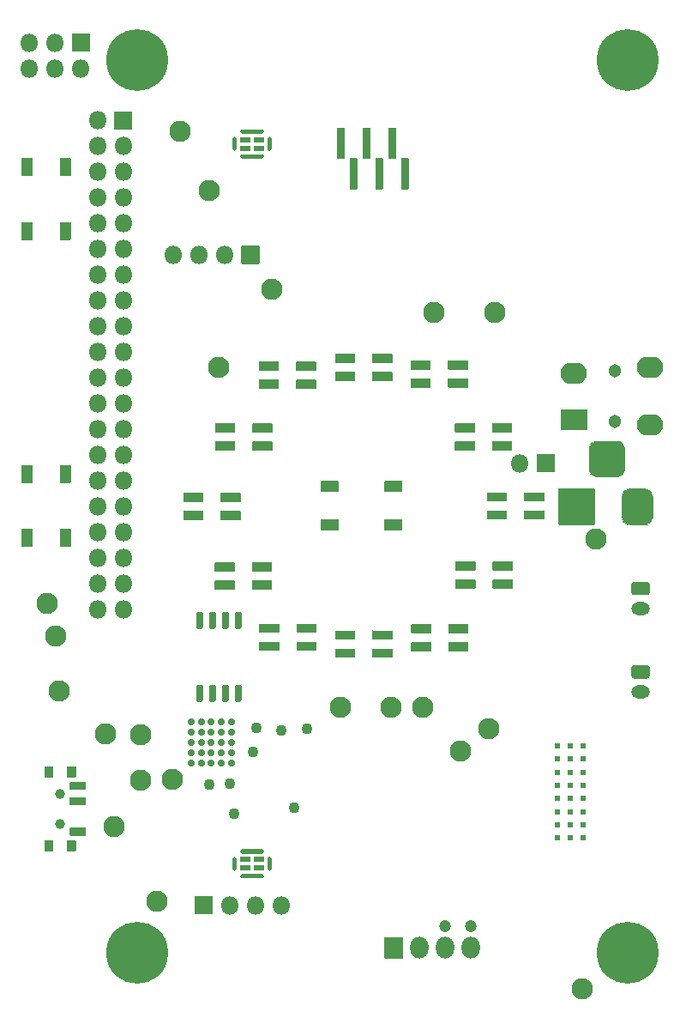
<source format=gbr>
G04 #@! TF.GenerationSoftware,KiCad,Pcbnew,(5.1.9)-1*
G04 #@! TF.CreationDate,2021-01-16T15:24:30-08:00*
G04 #@! TF.ProjectId,SJ-201-R6,534a2d32-3031-42d5-9236-2e6b69636164,rev?*
G04 #@! TF.SameCoordinates,Original*
G04 #@! TF.FileFunction,Soldermask,Bot*
G04 #@! TF.FilePolarity,Negative*
%FSLAX46Y46*%
G04 Gerber Fmt 4.6, Leading zero omitted, Abs format (unit mm)*
G04 Created by KiCad (PCBNEW (5.1.9)-1) date 2021-01-16 15:24:30*
%MOMM*%
%LPD*%
G01*
G04 APERTURE LIST*
%ADD10C,0.702000*%
%ADD11O,1.802000X1.802000*%
%ADD12C,2.102000*%
%ADD13C,1.102000*%
%ADD14C,1.302000*%
%ADD15O,2.602000X2.102000*%
%ADD16C,1.202000*%
%ADD17O,1.832000X2.132000*%
%ADD18O,1.852000X1.302000*%
%ADD19C,0.601999*%
%ADD20C,6.102000*%
%ADD21C,1.002000*%
%ADD22C,0.100000*%
G04 APERTURE END LIST*
D10*
G04 #@! TO.C,U8*
X18783800Y-70345800D03*
X19783800Y-70345800D03*
X20783800Y-70345800D03*
X21783800Y-70345800D03*
X22783800Y-70345800D03*
X18783800Y-71345800D03*
X19783800Y-71345800D03*
X20783800Y-71345800D03*
X21783800Y-71345800D03*
X22783800Y-71345800D03*
X18783800Y-72345800D03*
X19783800Y-72345800D03*
X20783800Y-72345800D03*
X21783800Y-72345800D03*
X22783800Y-72345800D03*
X18783800Y-73345800D03*
X19783800Y-73345800D03*
X20783800Y-73345800D03*
X21783800Y-73345800D03*
X22783800Y-73345800D03*
X18783800Y-74345800D03*
X19783800Y-74345800D03*
X20783800Y-74345800D03*
X21783800Y-74345800D03*
X22783800Y-74345800D03*
G04 #@! TD*
D11*
G04 #@! TO.C,J10*
X17020000Y-24250000D03*
X19560000Y-24250000D03*
X22100000Y-24250000D03*
G36*
G01*
X25490000Y-25151000D02*
X23790000Y-25151000D01*
G75*
G02*
X23739000Y-25100000I0J51000D01*
G01*
X23739000Y-23400000D01*
G75*
G02*
X23790000Y-23349000I51000J0D01*
G01*
X25490000Y-23349000D01*
G75*
G02*
X25541000Y-23400000I0J-51000D01*
G01*
X25541000Y-25100000D01*
G75*
G02*
X25490000Y-25151000I-51000J0D01*
G01*
G37*
G04 #@! TD*
D12*
G04 #@! TO.C,GO_2*
X16950000Y-76000000D03*
G04 #@! TD*
G04 #@! TO.C,GO_1*
X13800000Y-76050000D03*
G04 #@! TD*
G04 #@! TO.C,GI_2*
X13800000Y-71550000D03*
G04 #@! TD*
G04 #@! TO.C,GI_1*
X10300000Y-71450000D03*
G04 #@! TD*
G04 #@! TO.C,OutR1*
X42800000Y-29950000D03*
G04 #@! TD*
G04 #@! TO.C,OutL1*
X48800000Y-29950000D03*
G04 #@! TD*
G04 #@! TO.C,U11*
G36*
G01*
X23801088Y-82849000D02*
X25815272Y-82849000D01*
G75*
G02*
X26009180Y-83042908I0J-193908D01*
G01*
X26009180Y-83107092D01*
G75*
G02*
X25815272Y-83301000I-193908J0D01*
G01*
X23801088Y-83301000D01*
G75*
G02*
X23607180Y-83107092I0J193908D01*
G01*
X23607180Y-83042908D01*
G75*
G02*
X23801088Y-82849000I193908J0D01*
G01*
G37*
G36*
G01*
X23801088Y-85299000D02*
X25815272Y-85299000D01*
G75*
G02*
X26009180Y-85492908I0J-193908D01*
G01*
X26009180Y-85557092D01*
G75*
G02*
X25815272Y-85751000I-193908J0D01*
G01*
X23801088Y-85751000D01*
G75*
G02*
X23607180Y-85557092I0J193908D01*
G01*
X23607180Y-85492908D01*
G75*
G02*
X23801088Y-85299000I193908J0D01*
G01*
G37*
G36*
G01*
X26759180Y-83792908D02*
X26759180Y-84807092D01*
G75*
G02*
X26565272Y-85001000I-193908J0D01*
G01*
X26501088Y-85001000D01*
G75*
G02*
X26307180Y-84807092I0J193908D01*
G01*
X26307180Y-83792908D01*
G75*
G02*
X26501088Y-83599000I193908J0D01*
G01*
X26565272Y-83599000D01*
G75*
G02*
X26759180Y-83792908I0J-193908D01*
G01*
G37*
G36*
G01*
X23309180Y-83792908D02*
X23309180Y-84807092D01*
G75*
G02*
X23115272Y-85001000I-193908J0D01*
G01*
X23051088Y-85001000D01*
G75*
G02*
X22857180Y-84807092I0J193908D01*
G01*
X22857180Y-83792908D01*
G75*
G02*
X23051088Y-83599000I193908J0D01*
G01*
X23115272Y-83599000D01*
G75*
G02*
X23309180Y-83792908I0J-193908D01*
G01*
G37*
G36*
G01*
X25008180Y-84474000D02*
X25958180Y-84474000D01*
G75*
G02*
X26009180Y-84525000I0J-51000D01*
G01*
X26009180Y-84925000D01*
G75*
G02*
X25958180Y-84976000I-51000J0D01*
G01*
X25008180Y-84976000D01*
G75*
G02*
X24957180Y-84925000I0J51000D01*
G01*
X24957180Y-84525000D01*
G75*
G02*
X25008180Y-84474000I51000J0D01*
G01*
G37*
G36*
G01*
X25008180Y-83624000D02*
X25958180Y-83624000D01*
G75*
G02*
X26009180Y-83675000I0J-51000D01*
G01*
X26009180Y-84075000D01*
G75*
G02*
X25958180Y-84126000I-51000J0D01*
G01*
X25008180Y-84126000D01*
G75*
G02*
X24957180Y-84075000I0J51000D01*
G01*
X24957180Y-83675000D01*
G75*
G02*
X25008180Y-83624000I51000J0D01*
G01*
G37*
G36*
G01*
X23658180Y-83624000D02*
X24608180Y-83624000D01*
G75*
G02*
X24659180Y-83675000I0J-51000D01*
G01*
X24659180Y-84075000D01*
G75*
G02*
X24608180Y-84126000I-51000J0D01*
G01*
X23658180Y-84126000D01*
G75*
G02*
X23607180Y-84075000I0J51000D01*
G01*
X23607180Y-83675000D01*
G75*
G02*
X23658180Y-83624000I51000J0D01*
G01*
G37*
G36*
G01*
X23658180Y-84474000D02*
X24608180Y-84474000D01*
G75*
G02*
X24659180Y-84525000I0J-51000D01*
G01*
X24659180Y-84925000D01*
G75*
G02*
X24608180Y-84976000I-51000J0D01*
G01*
X23658180Y-84976000D01*
G75*
G02*
X23607180Y-84925000I0J51000D01*
G01*
X23607180Y-84525000D01*
G75*
G02*
X23658180Y-84474000I51000J0D01*
G01*
G37*
G04 #@! TD*
G04 #@! TO.C,U10*
G36*
G01*
X23801088Y-11849000D02*
X25815272Y-11849000D01*
G75*
G02*
X26009180Y-12042908I0J-193908D01*
G01*
X26009180Y-12107092D01*
G75*
G02*
X25815272Y-12301000I-193908J0D01*
G01*
X23801088Y-12301000D01*
G75*
G02*
X23607180Y-12107092I0J193908D01*
G01*
X23607180Y-12042908D01*
G75*
G02*
X23801088Y-11849000I193908J0D01*
G01*
G37*
G36*
G01*
X23801088Y-14299000D02*
X25815272Y-14299000D01*
G75*
G02*
X26009180Y-14492908I0J-193908D01*
G01*
X26009180Y-14557092D01*
G75*
G02*
X25815272Y-14751000I-193908J0D01*
G01*
X23801088Y-14751000D01*
G75*
G02*
X23607180Y-14557092I0J193908D01*
G01*
X23607180Y-14492908D01*
G75*
G02*
X23801088Y-14299000I193908J0D01*
G01*
G37*
G36*
G01*
X26759180Y-12792908D02*
X26759180Y-13807092D01*
G75*
G02*
X26565272Y-14001000I-193908J0D01*
G01*
X26501088Y-14001000D01*
G75*
G02*
X26307180Y-13807092I0J193908D01*
G01*
X26307180Y-12792908D01*
G75*
G02*
X26501088Y-12599000I193908J0D01*
G01*
X26565272Y-12599000D01*
G75*
G02*
X26759180Y-12792908I0J-193908D01*
G01*
G37*
G36*
G01*
X23309180Y-12792908D02*
X23309180Y-13807092D01*
G75*
G02*
X23115272Y-14001000I-193908J0D01*
G01*
X23051088Y-14001000D01*
G75*
G02*
X22857180Y-13807092I0J193908D01*
G01*
X22857180Y-12792908D01*
G75*
G02*
X23051088Y-12599000I193908J0D01*
G01*
X23115272Y-12599000D01*
G75*
G02*
X23309180Y-12792908I0J-193908D01*
G01*
G37*
G36*
G01*
X25008180Y-13474000D02*
X25958180Y-13474000D01*
G75*
G02*
X26009180Y-13525000I0J-51000D01*
G01*
X26009180Y-13925000D01*
G75*
G02*
X25958180Y-13976000I-51000J0D01*
G01*
X25008180Y-13976000D01*
G75*
G02*
X24957180Y-13925000I0J51000D01*
G01*
X24957180Y-13525000D01*
G75*
G02*
X25008180Y-13474000I51000J0D01*
G01*
G37*
G36*
G01*
X25008180Y-12624000D02*
X25958180Y-12624000D01*
G75*
G02*
X26009180Y-12675000I0J-51000D01*
G01*
X26009180Y-13075000D01*
G75*
G02*
X25958180Y-13126000I-51000J0D01*
G01*
X25008180Y-13126000D01*
G75*
G02*
X24957180Y-13075000I0J51000D01*
G01*
X24957180Y-12675000D01*
G75*
G02*
X25008180Y-12624000I51000J0D01*
G01*
G37*
G36*
G01*
X23658180Y-12624000D02*
X24608180Y-12624000D01*
G75*
G02*
X24659180Y-12675000I0J-51000D01*
G01*
X24659180Y-13075000D01*
G75*
G02*
X24608180Y-13126000I-51000J0D01*
G01*
X23658180Y-13126000D01*
G75*
G02*
X23607180Y-13075000I0J51000D01*
G01*
X23607180Y-12675000D01*
G75*
G02*
X23658180Y-12624000I51000J0D01*
G01*
G37*
G36*
G01*
X23658180Y-13474000D02*
X24608180Y-13474000D01*
G75*
G02*
X24659180Y-13525000I0J-51000D01*
G01*
X24659180Y-13925000D01*
G75*
G02*
X24608180Y-13976000I-51000J0D01*
G01*
X23658180Y-13976000D01*
G75*
G02*
X23607180Y-13925000I0J51000D01*
G01*
X23607180Y-13525000D01*
G75*
G02*
X23658180Y-13474000I51000J0D01*
G01*
G37*
G04 #@! TD*
G04 #@! TO.C,D3*
G36*
G01*
X25472380Y-37400520D02*
X25472380Y-36600520D01*
G75*
G02*
X25523380Y-36549520I51000J0D01*
G01*
X27423380Y-36549520D01*
G75*
G02*
X27474380Y-36600520I0J-51000D01*
G01*
X27474380Y-37400520D01*
G75*
G02*
X27423380Y-37451520I-51000J0D01*
G01*
X25523380Y-37451520D01*
G75*
G02*
X25472380Y-37400520I0J51000D01*
G01*
G37*
G36*
G01*
X25472380Y-35620520D02*
X25472380Y-34820520D01*
G75*
G02*
X25523380Y-34769520I51000J0D01*
G01*
X27423380Y-34769520D01*
G75*
G02*
X27474380Y-34820520I0J-51000D01*
G01*
X27474380Y-35620520D01*
G75*
G02*
X27423380Y-35671520I-51000J0D01*
G01*
X25523380Y-35671520D01*
G75*
G02*
X25472380Y-35620520I0J51000D01*
G01*
G37*
G36*
G01*
X29152380Y-37400520D02*
X29152380Y-36600520D01*
G75*
G02*
X29203380Y-36549520I51000J0D01*
G01*
X31103380Y-36549520D01*
G75*
G02*
X31154380Y-36600520I0J-51000D01*
G01*
X31154380Y-37400520D01*
G75*
G02*
X31103380Y-37451520I-51000J0D01*
G01*
X29203380Y-37451520D01*
G75*
G02*
X29152380Y-37400520I0J51000D01*
G01*
G37*
G36*
G01*
X29152380Y-35620520D02*
X29152380Y-34820520D01*
G75*
G02*
X29203380Y-34769520I51000J0D01*
G01*
X31103380Y-34769520D01*
G75*
G02*
X31154380Y-34820520I0J-51000D01*
G01*
X31154380Y-35620520D01*
G75*
G02*
X31103380Y-35671520I-51000J0D01*
G01*
X29203380Y-35671520D01*
G75*
G02*
X29152380Y-35620520I0J51000D01*
G01*
G37*
G04 #@! TD*
G04 #@! TO.C,D4*
G36*
G01*
X21154380Y-43496520D02*
X21154380Y-42696520D01*
G75*
G02*
X21205380Y-42645520I51000J0D01*
G01*
X23105380Y-42645520D01*
G75*
G02*
X23156380Y-42696520I0J-51000D01*
G01*
X23156380Y-43496520D01*
G75*
G02*
X23105380Y-43547520I-51000J0D01*
G01*
X21205380Y-43547520D01*
G75*
G02*
X21154380Y-43496520I0J51000D01*
G01*
G37*
G36*
G01*
X21154380Y-41716520D02*
X21154380Y-40916520D01*
G75*
G02*
X21205380Y-40865520I51000J0D01*
G01*
X23105380Y-40865520D01*
G75*
G02*
X23156380Y-40916520I0J-51000D01*
G01*
X23156380Y-41716520D01*
G75*
G02*
X23105380Y-41767520I-51000J0D01*
G01*
X21205380Y-41767520D01*
G75*
G02*
X21154380Y-41716520I0J51000D01*
G01*
G37*
G36*
G01*
X24834380Y-43496520D02*
X24834380Y-42696520D01*
G75*
G02*
X24885380Y-42645520I51000J0D01*
G01*
X26785380Y-42645520D01*
G75*
G02*
X26836380Y-42696520I0J-51000D01*
G01*
X26836380Y-43496520D01*
G75*
G02*
X26785380Y-43547520I-51000J0D01*
G01*
X24885380Y-43547520D01*
G75*
G02*
X24834380Y-43496520I0J51000D01*
G01*
G37*
G36*
G01*
X24834380Y-41716520D02*
X24834380Y-40916520D01*
G75*
G02*
X24885380Y-40865520I51000J0D01*
G01*
X26785380Y-40865520D01*
G75*
G02*
X26836380Y-40916520I0J-51000D01*
G01*
X26836380Y-41716520D01*
G75*
G02*
X26785380Y-41767520I-51000J0D01*
G01*
X24885380Y-41767520D01*
G75*
G02*
X24834380Y-41716520I0J51000D01*
G01*
G37*
G04 #@! TD*
G04 #@! TO.C,D5*
G36*
G01*
X18004780Y-50354520D02*
X18004780Y-49554520D01*
G75*
G02*
X18055780Y-49503520I51000J0D01*
G01*
X19955780Y-49503520D01*
G75*
G02*
X20006780Y-49554520I0J-51000D01*
G01*
X20006780Y-50354520D01*
G75*
G02*
X19955780Y-50405520I-51000J0D01*
G01*
X18055780Y-50405520D01*
G75*
G02*
X18004780Y-50354520I0J51000D01*
G01*
G37*
G36*
G01*
X18004780Y-48574520D02*
X18004780Y-47774520D01*
G75*
G02*
X18055780Y-47723520I51000J0D01*
G01*
X19955780Y-47723520D01*
G75*
G02*
X20006780Y-47774520I0J-51000D01*
G01*
X20006780Y-48574520D01*
G75*
G02*
X19955780Y-48625520I-51000J0D01*
G01*
X18055780Y-48625520D01*
G75*
G02*
X18004780Y-48574520I0J51000D01*
G01*
G37*
G36*
G01*
X21684780Y-50354520D02*
X21684780Y-49554520D01*
G75*
G02*
X21735780Y-49503520I51000J0D01*
G01*
X23635780Y-49503520D01*
G75*
G02*
X23686780Y-49554520I0J-51000D01*
G01*
X23686780Y-50354520D01*
G75*
G02*
X23635780Y-50405520I-51000J0D01*
G01*
X21735780Y-50405520D01*
G75*
G02*
X21684780Y-50354520I0J51000D01*
G01*
G37*
G36*
G01*
X21684780Y-48574520D02*
X21684780Y-47774520D01*
G75*
G02*
X21735780Y-47723520I51000J0D01*
G01*
X23635780Y-47723520D01*
G75*
G02*
X23686780Y-47774520I0J-51000D01*
G01*
X23686780Y-48574520D01*
G75*
G02*
X23635780Y-48625520I-51000J0D01*
G01*
X21735780Y-48625520D01*
G75*
G02*
X21684780Y-48574520I0J51000D01*
G01*
G37*
G04 #@! TD*
G04 #@! TO.C,D6*
G36*
G01*
X21103580Y-57212520D02*
X21103580Y-56412520D01*
G75*
G02*
X21154580Y-56361520I51000J0D01*
G01*
X23054580Y-56361520D01*
G75*
G02*
X23105580Y-56412520I0J-51000D01*
G01*
X23105580Y-57212520D01*
G75*
G02*
X23054580Y-57263520I-51000J0D01*
G01*
X21154580Y-57263520D01*
G75*
G02*
X21103580Y-57212520I0J51000D01*
G01*
G37*
G36*
G01*
X21103580Y-55432520D02*
X21103580Y-54632520D01*
G75*
G02*
X21154580Y-54581520I51000J0D01*
G01*
X23054580Y-54581520D01*
G75*
G02*
X23105580Y-54632520I0J-51000D01*
G01*
X23105580Y-55432520D01*
G75*
G02*
X23054580Y-55483520I-51000J0D01*
G01*
X21154580Y-55483520D01*
G75*
G02*
X21103580Y-55432520I0J51000D01*
G01*
G37*
G36*
G01*
X24783580Y-57212520D02*
X24783580Y-56412520D01*
G75*
G02*
X24834580Y-56361520I51000J0D01*
G01*
X26734580Y-56361520D01*
G75*
G02*
X26785580Y-56412520I0J-51000D01*
G01*
X26785580Y-57212520D01*
G75*
G02*
X26734580Y-57263520I-51000J0D01*
G01*
X24834580Y-57263520D01*
G75*
G02*
X24783580Y-57212520I0J51000D01*
G01*
G37*
G36*
G01*
X24783580Y-55432520D02*
X24783580Y-54632520D01*
G75*
G02*
X24834580Y-54581520I51000J0D01*
G01*
X26734580Y-54581520D01*
G75*
G02*
X26785580Y-54632520I0J-51000D01*
G01*
X26785580Y-55432520D01*
G75*
G02*
X26734580Y-55483520I-51000J0D01*
G01*
X24834580Y-55483520D01*
G75*
G02*
X24783580Y-55432520I0J51000D01*
G01*
G37*
G04 #@! TD*
G04 #@! TO.C,D7*
G36*
G01*
X25523180Y-63257720D02*
X25523180Y-62457720D01*
G75*
G02*
X25574180Y-62406720I51000J0D01*
G01*
X27474180Y-62406720D01*
G75*
G02*
X27525180Y-62457720I0J-51000D01*
G01*
X27525180Y-63257720D01*
G75*
G02*
X27474180Y-63308720I-51000J0D01*
G01*
X25574180Y-63308720D01*
G75*
G02*
X25523180Y-63257720I0J51000D01*
G01*
G37*
G36*
G01*
X25523180Y-61477720D02*
X25523180Y-60677720D01*
G75*
G02*
X25574180Y-60626720I51000J0D01*
G01*
X27474180Y-60626720D01*
G75*
G02*
X27525180Y-60677720I0J-51000D01*
G01*
X27525180Y-61477720D01*
G75*
G02*
X27474180Y-61528720I-51000J0D01*
G01*
X25574180Y-61528720D01*
G75*
G02*
X25523180Y-61477720I0J51000D01*
G01*
G37*
G36*
G01*
X29203180Y-63257720D02*
X29203180Y-62457720D01*
G75*
G02*
X29254180Y-62406720I51000J0D01*
G01*
X31154180Y-62406720D01*
G75*
G02*
X31205180Y-62457720I0J-51000D01*
G01*
X31205180Y-63257720D01*
G75*
G02*
X31154180Y-63308720I-51000J0D01*
G01*
X29254180Y-63308720D01*
G75*
G02*
X29203180Y-63257720I0J51000D01*
G01*
G37*
G36*
G01*
X29203180Y-61477720D02*
X29203180Y-60677720D01*
G75*
G02*
X29254180Y-60626720I51000J0D01*
G01*
X31154180Y-60626720D01*
G75*
G02*
X31205180Y-60677720I0J-51000D01*
G01*
X31205180Y-61477720D01*
G75*
G02*
X31154180Y-61528720I-51000J0D01*
G01*
X29254180Y-61528720D01*
G75*
G02*
X29203180Y-61477720I0J51000D01*
G01*
G37*
G04 #@! TD*
G04 #@! TO.C,D8*
G36*
G01*
X32990780Y-63918120D02*
X32990780Y-63118120D01*
G75*
G02*
X33041780Y-63067120I51000J0D01*
G01*
X34941780Y-63067120D01*
G75*
G02*
X34992780Y-63118120I0J-51000D01*
G01*
X34992780Y-63918120D01*
G75*
G02*
X34941780Y-63969120I-51000J0D01*
G01*
X33041780Y-63969120D01*
G75*
G02*
X32990780Y-63918120I0J51000D01*
G01*
G37*
G36*
G01*
X32990780Y-62138120D02*
X32990780Y-61338120D01*
G75*
G02*
X33041780Y-61287120I51000J0D01*
G01*
X34941780Y-61287120D01*
G75*
G02*
X34992780Y-61338120I0J-51000D01*
G01*
X34992780Y-62138120D01*
G75*
G02*
X34941780Y-62189120I-51000J0D01*
G01*
X33041780Y-62189120D01*
G75*
G02*
X32990780Y-62138120I0J51000D01*
G01*
G37*
G36*
G01*
X36670780Y-63918120D02*
X36670780Y-63118120D01*
G75*
G02*
X36721780Y-63067120I51000J0D01*
G01*
X38621780Y-63067120D01*
G75*
G02*
X38672780Y-63118120I0J-51000D01*
G01*
X38672780Y-63918120D01*
G75*
G02*
X38621780Y-63969120I-51000J0D01*
G01*
X36721780Y-63969120D01*
G75*
G02*
X36670780Y-63918120I0J51000D01*
G01*
G37*
G36*
G01*
X36670780Y-62138120D02*
X36670780Y-61338120D01*
G75*
G02*
X36721780Y-61287120I51000J0D01*
G01*
X38621780Y-61287120D01*
G75*
G02*
X38672780Y-61338120I0J-51000D01*
G01*
X38672780Y-62138120D01*
G75*
G02*
X38621780Y-62189120I-51000J0D01*
G01*
X36721780Y-62189120D01*
G75*
G02*
X36670780Y-62138120I0J51000D01*
G01*
G37*
G04 #@! TD*
G04 #@! TO.C,D9*
G36*
G01*
X40509180Y-63308520D02*
X40509180Y-62508520D01*
G75*
G02*
X40560180Y-62457520I51000J0D01*
G01*
X42460180Y-62457520D01*
G75*
G02*
X42511180Y-62508520I0J-51000D01*
G01*
X42511180Y-63308520D01*
G75*
G02*
X42460180Y-63359520I-51000J0D01*
G01*
X40560180Y-63359520D01*
G75*
G02*
X40509180Y-63308520I0J51000D01*
G01*
G37*
G36*
G01*
X40509180Y-61528520D02*
X40509180Y-60728520D01*
G75*
G02*
X40560180Y-60677520I51000J0D01*
G01*
X42460180Y-60677520D01*
G75*
G02*
X42511180Y-60728520I0J-51000D01*
G01*
X42511180Y-61528520D01*
G75*
G02*
X42460180Y-61579520I-51000J0D01*
G01*
X40560180Y-61579520D01*
G75*
G02*
X40509180Y-61528520I0J51000D01*
G01*
G37*
G36*
G01*
X44189180Y-63308520D02*
X44189180Y-62508520D01*
G75*
G02*
X44240180Y-62457520I51000J0D01*
G01*
X46140180Y-62457520D01*
G75*
G02*
X46191180Y-62508520I0J-51000D01*
G01*
X46191180Y-63308520D01*
G75*
G02*
X46140180Y-63359520I-51000J0D01*
G01*
X44240180Y-63359520D01*
G75*
G02*
X44189180Y-63308520I0J51000D01*
G01*
G37*
G36*
G01*
X44189180Y-61528520D02*
X44189180Y-60728520D01*
G75*
G02*
X44240180Y-60677520I51000J0D01*
G01*
X46140180Y-60677520D01*
G75*
G02*
X46191180Y-60728520I0J-51000D01*
G01*
X46191180Y-61528520D01*
G75*
G02*
X46140180Y-61579520I-51000J0D01*
G01*
X44240180Y-61579520D01*
G75*
G02*
X44189180Y-61528520I0J51000D01*
G01*
G37*
G04 #@! TD*
G04 #@! TO.C,D10*
G36*
G01*
X44877980Y-57110920D02*
X44877980Y-56310920D01*
G75*
G02*
X44928980Y-56259920I51000J0D01*
G01*
X46828980Y-56259920D01*
G75*
G02*
X46879980Y-56310920I0J-51000D01*
G01*
X46879980Y-57110920D01*
G75*
G02*
X46828980Y-57161920I-51000J0D01*
G01*
X44928980Y-57161920D01*
G75*
G02*
X44877980Y-57110920I0J51000D01*
G01*
G37*
G36*
G01*
X44877980Y-55330920D02*
X44877980Y-54530920D01*
G75*
G02*
X44928980Y-54479920I51000J0D01*
G01*
X46828980Y-54479920D01*
G75*
G02*
X46879980Y-54530920I0J-51000D01*
G01*
X46879980Y-55330920D01*
G75*
G02*
X46828980Y-55381920I-51000J0D01*
G01*
X44928980Y-55381920D01*
G75*
G02*
X44877980Y-55330920I0J51000D01*
G01*
G37*
G36*
G01*
X48557980Y-57110920D02*
X48557980Y-56310920D01*
G75*
G02*
X48608980Y-56259920I51000J0D01*
G01*
X50508980Y-56259920D01*
G75*
G02*
X50559980Y-56310920I0J-51000D01*
G01*
X50559980Y-57110920D01*
G75*
G02*
X50508980Y-57161920I-51000J0D01*
G01*
X48608980Y-57161920D01*
G75*
G02*
X48557980Y-57110920I0J51000D01*
G01*
G37*
G36*
G01*
X48557980Y-55330920D02*
X48557980Y-54530920D01*
G75*
G02*
X48608980Y-54479920I51000J0D01*
G01*
X50508980Y-54479920D01*
G75*
G02*
X50559980Y-54530920I0J-51000D01*
G01*
X50559980Y-55330920D01*
G75*
G02*
X50508980Y-55381920I-51000J0D01*
G01*
X48608980Y-55381920D01*
G75*
G02*
X48557980Y-55330920I0J51000D01*
G01*
G37*
G04 #@! TD*
G04 #@! TO.C,D11*
G36*
G01*
X47976780Y-50303720D02*
X47976780Y-49503720D01*
G75*
G02*
X48027780Y-49452720I51000J0D01*
G01*
X49927780Y-49452720D01*
G75*
G02*
X49978780Y-49503720I0J-51000D01*
G01*
X49978780Y-50303720D01*
G75*
G02*
X49927780Y-50354720I-51000J0D01*
G01*
X48027780Y-50354720D01*
G75*
G02*
X47976780Y-50303720I0J51000D01*
G01*
G37*
G36*
G01*
X47976780Y-48523720D02*
X47976780Y-47723720D01*
G75*
G02*
X48027780Y-47672720I51000J0D01*
G01*
X49927780Y-47672720D01*
G75*
G02*
X49978780Y-47723720I0J-51000D01*
G01*
X49978780Y-48523720D01*
G75*
G02*
X49927780Y-48574720I-51000J0D01*
G01*
X48027780Y-48574720D01*
G75*
G02*
X47976780Y-48523720I0J51000D01*
G01*
G37*
G36*
G01*
X51656780Y-50303720D02*
X51656780Y-49503720D01*
G75*
G02*
X51707780Y-49452720I51000J0D01*
G01*
X53607780Y-49452720D01*
G75*
G02*
X53658780Y-49503720I0J-51000D01*
G01*
X53658780Y-50303720D01*
G75*
G02*
X53607780Y-50354720I-51000J0D01*
G01*
X51707780Y-50354720D01*
G75*
G02*
X51656780Y-50303720I0J51000D01*
G01*
G37*
G36*
G01*
X51656780Y-48523720D02*
X51656780Y-47723720D01*
G75*
G02*
X51707780Y-47672720I51000J0D01*
G01*
X53607780Y-47672720D01*
G75*
G02*
X53658780Y-47723720I0J-51000D01*
G01*
X53658780Y-48523720D01*
G75*
G02*
X53607780Y-48574720I-51000J0D01*
G01*
X51707780Y-48574720D01*
G75*
G02*
X51656780Y-48523720I0J51000D01*
G01*
G37*
G04 #@! TD*
G04 #@! TO.C,D12*
G36*
G01*
X44827180Y-43496520D02*
X44827180Y-42696520D01*
G75*
G02*
X44878180Y-42645520I51000J0D01*
G01*
X46778180Y-42645520D01*
G75*
G02*
X46829180Y-42696520I0J-51000D01*
G01*
X46829180Y-43496520D01*
G75*
G02*
X46778180Y-43547520I-51000J0D01*
G01*
X44878180Y-43547520D01*
G75*
G02*
X44827180Y-43496520I0J51000D01*
G01*
G37*
G36*
G01*
X44827180Y-41716520D02*
X44827180Y-40916520D01*
G75*
G02*
X44878180Y-40865520I51000J0D01*
G01*
X46778180Y-40865520D01*
G75*
G02*
X46829180Y-40916520I0J-51000D01*
G01*
X46829180Y-41716520D01*
G75*
G02*
X46778180Y-41767520I-51000J0D01*
G01*
X44878180Y-41767520D01*
G75*
G02*
X44827180Y-41716520I0J51000D01*
G01*
G37*
G36*
G01*
X48507180Y-43496520D02*
X48507180Y-42696520D01*
G75*
G02*
X48558180Y-42645520I51000J0D01*
G01*
X50458180Y-42645520D01*
G75*
G02*
X50509180Y-42696520I0J-51000D01*
G01*
X50509180Y-43496520D01*
G75*
G02*
X50458180Y-43547520I-51000J0D01*
G01*
X48558180Y-43547520D01*
G75*
G02*
X48507180Y-43496520I0J51000D01*
G01*
G37*
G36*
G01*
X48507180Y-41716520D02*
X48507180Y-40916520D01*
G75*
G02*
X48558180Y-40865520I51000J0D01*
G01*
X50458180Y-40865520D01*
G75*
G02*
X50509180Y-40916520I0J-51000D01*
G01*
X50509180Y-41716520D01*
G75*
G02*
X50458180Y-41767520I-51000J0D01*
G01*
X48558180Y-41767520D01*
G75*
G02*
X48507180Y-41716520I0J51000D01*
G01*
G37*
G04 #@! TD*
G04 #@! TO.C,D13*
G36*
G01*
X40458380Y-37298920D02*
X40458380Y-36498920D01*
G75*
G02*
X40509380Y-36447920I51000J0D01*
G01*
X42409380Y-36447920D01*
G75*
G02*
X42460380Y-36498920I0J-51000D01*
G01*
X42460380Y-37298920D01*
G75*
G02*
X42409380Y-37349920I-51000J0D01*
G01*
X40509380Y-37349920D01*
G75*
G02*
X40458380Y-37298920I0J51000D01*
G01*
G37*
G36*
G01*
X40458380Y-35518920D02*
X40458380Y-34718920D01*
G75*
G02*
X40509380Y-34667920I51000J0D01*
G01*
X42409380Y-34667920D01*
G75*
G02*
X42460380Y-34718920I0J-51000D01*
G01*
X42460380Y-35518920D01*
G75*
G02*
X42409380Y-35569920I-51000J0D01*
G01*
X40509380Y-35569920D01*
G75*
G02*
X40458380Y-35518920I0J51000D01*
G01*
G37*
G36*
G01*
X44138380Y-37298920D02*
X44138380Y-36498920D01*
G75*
G02*
X44189380Y-36447920I51000J0D01*
G01*
X46089380Y-36447920D01*
G75*
G02*
X46140380Y-36498920I0J-51000D01*
G01*
X46140380Y-37298920D01*
G75*
G02*
X46089380Y-37349920I-51000J0D01*
G01*
X44189380Y-37349920D01*
G75*
G02*
X44138380Y-37298920I0J51000D01*
G01*
G37*
G36*
G01*
X44138380Y-35518920D02*
X44138380Y-34718920D01*
G75*
G02*
X44189380Y-34667920I51000J0D01*
G01*
X46089380Y-34667920D01*
G75*
G02*
X46140380Y-34718920I0J-51000D01*
G01*
X46140380Y-35518920D01*
G75*
G02*
X46089380Y-35569920I-51000J0D01*
G01*
X44189380Y-35569920D01*
G75*
G02*
X44138380Y-35518920I0J51000D01*
G01*
G37*
G04 #@! TD*
G04 #@! TO.C,D2*
G36*
G01*
X32990780Y-36638520D02*
X32990780Y-35838520D01*
G75*
G02*
X33041780Y-35787520I51000J0D01*
G01*
X34941780Y-35787520D01*
G75*
G02*
X34992780Y-35838520I0J-51000D01*
G01*
X34992780Y-36638520D01*
G75*
G02*
X34941780Y-36689520I-51000J0D01*
G01*
X33041780Y-36689520D01*
G75*
G02*
X32990780Y-36638520I0J51000D01*
G01*
G37*
G36*
G01*
X32990780Y-34858520D02*
X32990780Y-34058520D01*
G75*
G02*
X33041780Y-34007520I51000J0D01*
G01*
X34941780Y-34007520D01*
G75*
G02*
X34992780Y-34058520I0J-51000D01*
G01*
X34992780Y-34858520D01*
G75*
G02*
X34941780Y-34909520I-51000J0D01*
G01*
X33041780Y-34909520D01*
G75*
G02*
X32990780Y-34858520I0J51000D01*
G01*
G37*
G36*
G01*
X36670780Y-36638520D02*
X36670780Y-35838520D01*
G75*
G02*
X36721780Y-35787520I51000J0D01*
G01*
X38621780Y-35787520D01*
G75*
G02*
X38672780Y-35838520I0J-51000D01*
G01*
X38672780Y-36638520D01*
G75*
G02*
X38621780Y-36689520I-51000J0D01*
G01*
X36721780Y-36689520D01*
G75*
G02*
X36670780Y-36638520I0J51000D01*
G01*
G37*
G36*
G01*
X36670780Y-34858520D02*
X36670780Y-34058520D01*
G75*
G02*
X36721780Y-34007520I51000J0D01*
G01*
X38621780Y-34007520D01*
G75*
G02*
X38672780Y-34058520I0J-51000D01*
G01*
X38672780Y-34858520D01*
G75*
G02*
X38621780Y-34909520I-51000J0D01*
G01*
X36721780Y-34909520D01*
G75*
G02*
X36670780Y-34858520I0J51000D01*
G01*
G37*
G04 #@! TD*
D11*
G04 #@! TO.C,J9*
X2820000Y-5840000D03*
X2820000Y-3300000D03*
X5360000Y-5840000D03*
X5360000Y-3300000D03*
X7900000Y-5840000D03*
G36*
G01*
X7050000Y-2399000D02*
X8750000Y-2399000D01*
G75*
G02*
X8801000Y-2450000I0J-51000D01*
G01*
X8801000Y-4150000D01*
G75*
G02*
X8750000Y-4201000I-51000J0D01*
G01*
X7050000Y-4201000D01*
G75*
G02*
X6999000Y-4150000I0J51000D01*
G01*
X6999000Y-2450000D01*
G75*
G02*
X7050000Y-2399000I51000J0D01*
G01*
G37*
G04 #@! TD*
D12*
G04 #@! TO.C,TP1v8*
X57450000Y-96650000D03*
G04 #@! TD*
D13*
G04 #@! TO.C,UP1*
X27700000Y-71150000D03*
G04 #@! TD*
G04 #@! TO.C,UP0*
X30200000Y-71000000D03*
G04 #@! TD*
G04 #@! TO.C,TMS1*
X23000000Y-79400000D03*
G04 #@! TD*
G04 #@! TO.C,TD0*
X20550000Y-76450000D03*
G04 #@! TD*
G04 #@! TO.C,TDI1*
X22600000Y-76400000D03*
G04 #@! TD*
G04 #@! TO.C,TCK1*
X29000000Y-78800000D03*
G04 #@! TD*
G04 #@! TO.C,DN0*
X25200000Y-70900000D03*
G04 #@! TD*
G04 #@! TO.C,DN1*
X24900000Y-73300000D03*
G04 #@! TD*
D12*
G04 #@! TO.C,TP4*
X48200000Y-71000000D03*
G04 #@! TD*
G04 #@! TO.C,TP3*
X4600000Y-58600000D03*
G04 #@! TD*
G04 #@! TO.C,TP1*
X5384800Y-61874400D03*
G04 #@! TD*
D11*
G04 #@! TO.C,J8*
X51260000Y-44800000D03*
G36*
G01*
X52950000Y-43899000D02*
X54650000Y-43899000D01*
G75*
G02*
X54701000Y-43950000I0J-51000D01*
G01*
X54701000Y-45650000D01*
G75*
G02*
X54650000Y-45701000I-51000J0D01*
G01*
X52950000Y-45701000D01*
G75*
G02*
X52899000Y-45650000I0J51000D01*
G01*
X52899000Y-43950000D01*
G75*
G02*
X52950000Y-43899000I51000J0D01*
G01*
G37*
G04 #@! TD*
D14*
G04 #@! TO.C,J2*
X60600000Y-35700000D03*
X60600000Y-40700000D03*
D15*
X64100000Y-35350000D03*
G36*
G01*
X57901000Y-39500000D02*
X57901000Y-41500000D01*
G75*
G02*
X57850000Y-41551000I-51000J0D01*
G01*
X55350000Y-41551000D01*
G75*
G02*
X55299000Y-41500000I0J51000D01*
G01*
X55299000Y-39500000D01*
G75*
G02*
X55350000Y-39449000I51000J0D01*
G01*
X57850000Y-39449000D01*
G75*
G02*
X57901000Y-39500000I0J-51000D01*
G01*
G37*
X56600000Y-35900000D03*
X64100000Y-41050000D03*
G04 #@! TD*
D16*
G04 #@! TO.C,J7*
X46420000Y-90477000D03*
X43880000Y-90440000D03*
D17*
X46420000Y-92600000D03*
X43880000Y-92600000D03*
X41340000Y-92600000D03*
G36*
G01*
X39665000Y-93666000D02*
X37935000Y-93666000D01*
G75*
G02*
X37884000Y-93615000I0J51000D01*
G01*
X37884000Y-91585000D01*
G75*
G02*
X37935000Y-91534000I51000J0D01*
G01*
X39665000Y-91534000D01*
G75*
G02*
X39716000Y-91585000I0J-51000D01*
G01*
X39716000Y-93615000D01*
G75*
G02*
X39665000Y-93666000I-51000J0D01*
G01*
G37*
G04 #@! TD*
D12*
G04 #@! TO.C,TP5*
X41700000Y-68900000D03*
G04 #@! TD*
G04 #@! TO.C,RST_N1*
X15400000Y-88000000D03*
G04 #@! TD*
G04 #@! TO.C,TP8*
X38550000Y-68850000D03*
G04 #@! TD*
G04 #@! TO.C,TP7*
X33550000Y-68850000D03*
G04 #@! TD*
G04 #@! TO.C,TP6*
X45350000Y-73200000D03*
G04 #@! TD*
G04 #@! TO.C,TP2*
X26769060Y-27663140D03*
G04 #@! TD*
G04 #@! TO.C,J1*
G36*
G01*
X61656360Y-43484340D02*
X61656360Y-45285340D01*
G75*
G02*
X60755860Y-46185840I-900500J0D01*
G01*
X58954860Y-46185840D01*
G75*
G02*
X58054360Y-45285340I0J900500D01*
G01*
X58054360Y-43484340D01*
G75*
G02*
X58954860Y-42583840I900500J0D01*
G01*
X60755860Y-42583840D01*
G75*
G02*
X61656360Y-43484340I0J-900500D01*
G01*
G37*
G36*
G01*
X64406360Y-48059340D02*
X64406360Y-50110340D01*
G75*
G02*
X63630860Y-50885840I-775500J0D01*
G01*
X62079860Y-50885840D01*
G75*
G02*
X61304360Y-50110340I0J775500D01*
G01*
X61304360Y-48059340D01*
G75*
G02*
X62079860Y-47283840I775500J0D01*
G01*
X63630860Y-47283840D01*
G75*
G02*
X64406360Y-48059340I0J-775500D01*
G01*
G37*
G36*
G01*
X58656360Y-47334840D02*
X58656360Y-50834840D01*
G75*
G02*
X58605360Y-50885840I-51000J0D01*
G01*
X55105360Y-50885840D01*
G75*
G02*
X55054360Y-50834840I0J51000D01*
G01*
X55054360Y-47334840D01*
G75*
G02*
X55105360Y-47283840I51000J0D01*
G01*
X58605360Y-47283840D01*
G75*
G02*
X58656360Y-47334840I0J-51000D01*
G01*
G37*
G04 #@! TD*
G04 #@! TO.C,TP12v0*
X58740040Y-52237640D03*
G04 #@! TD*
G04 #@! TO.C,TP11*
X20599400Y-17901920D03*
G04 #@! TD*
G04 #@! TO.C,TP10*
X17739360Y-12034520D03*
G04 #@! TD*
G04 #@! TO.C,TP9*
X5781040Y-67218560D03*
G04 #@! TD*
D18*
G04 #@! TO.C,J4*
X63169800Y-67379600D03*
G36*
G01*
X62515048Y-64728600D02*
X63824552Y-64728600D01*
G75*
G02*
X64095800Y-64999848I0J-271248D01*
G01*
X64095800Y-65759352D01*
G75*
G02*
X63824552Y-66030600I-271248J0D01*
G01*
X62515048Y-66030600D01*
G75*
G02*
X62243800Y-65759352I0J271248D01*
G01*
X62243800Y-64999848D01*
G75*
G02*
X62515048Y-64728600I271248J0D01*
G01*
G37*
G04 #@! TD*
G04 #@! TO.C,J3*
X63169800Y-59150000D03*
G36*
G01*
X62515048Y-56499000D02*
X63824552Y-56499000D01*
G75*
G02*
X64095800Y-56770248I0J-271248D01*
G01*
X64095800Y-57529752D01*
G75*
G02*
X63824552Y-57801000I-271248J0D01*
G01*
X62515048Y-57801000D01*
G75*
G02*
X62243800Y-57529752I0J271248D01*
G01*
X62243800Y-56770248D01*
G75*
G02*
X62515048Y-56499000I271248J0D01*
G01*
G37*
G04 #@! TD*
G04 #@! TO.C,J5*
G36*
G01*
X33865701Y-14795700D02*
X33215699Y-14795700D01*
G75*
G02*
X33164700Y-14744701I0J50999D01*
G01*
X33164700Y-11744699D01*
G75*
G02*
X33215699Y-11693700I50999J0D01*
G01*
X33865701Y-11693700D01*
G75*
G02*
X33916700Y-11744699I0J-50999D01*
G01*
X33916700Y-14744701D01*
G75*
G02*
X33865701Y-14795700I-50999J0D01*
G01*
G37*
G36*
G01*
X36405701Y-14795700D02*
X35755699Y-14795700D01*
G75*
G02*
X35704700Y-14744701I0J50999D01*
G01*
X35704700Y-11744699D01*
G75*
G02*
X35755699Y-11693700I50999J0D01*
G01*
X36405701Y-11693700D01*
G75*
G02*
X36456700Y-11744699I0J-50999D01*
G01*
X36456700Y-14744701D01*
G75*
G02*
X36405701Y-14795700I-50999J0D01*
G01*
G37*
G36*
G01*
X38945701Y-14795700D02*
X38295699Y-14795700D01*
G75*
G02*
X38244700Y-14744701I0J50999D01*
G01*
X38244700Y-11744699D01*
G75*
G02*
X38295699Y-11693700I50999J0D01*
G01*
X38945701Y-11693700D01*
G75*
G02*
X38996700Y-11744699I0J-50999D01*
G01*
X38996700Y-14744701D01*
G75*
G02*
X38945701Y-14795700I-50999J0D01*
G01*
G37*
G36*
G01*
X35135701Y-17795700D02*
X34485699Y-17795700D01*
G75*
G02*
X34434700Y-17744701I0J50999D01*
G01*
X34434700Y-14744699D01*
G75*
G02*
X34485699Y-14693700I50999J0D01*
G01*
X35135701Y-14693700D01*
G75*
G02*
X35186700Y-14744699I0J-50999D01*
G01*
X35186700Y-17744701D01*
G75*
G02*
X35135701Y-17795700I-50999J0D01*
G01*
G37*
G36*
G01*
X37675701Y-17795700D02*
X37025699Y-17795700D01*
G75*
G02*
X36974700Y-17744701I0J50999D01*
G01*
X36974700Y-14744699D01*
G75*
G02*
X37025699Y-14693700I50999J0D01*
G01*
X37675701Y-14693700D01*
G75*
G02*
X37726700Y-14744699I0J-50999D01*
G01*
X37726700Y-17744701D01*
G75*
G02*
X37675701Y-17795700I-50999J0D01*
G01*
G37*
G36*
G01*
X40215701Y-17795700D02*
X39565699Y-17795700D01*
G75*
G02*
X39514700Y-17744701I0J50999D01*
G01*
X39514700Y-14744699D01*
G75*
G02*
X39565699Y-14693700I50999J0D01*
G01*
X40215701Y-14693700D01*
G75*
G02*
X40266700Y-14744699I0J-50999D01*
G01*
X40266700Y-17744701D01*
G75*
G02*
X40215701Y-17795700I-50999J0D01*
G01*
G37*
G04 #@! TD*
D19*
G04 #@! TO.C,U3*
X57518700Y-76564099D03*
X56218700Y-76564099D03*
X54918700Y-76564099D03*
X57518700Y-75264099D03*
X56218700Y-75264099D03*
X54918700Y-75264099D03*
X54918700Y-72664099D03*
X56218700Y-72664099D03*
X57518700Y-72664099D03*
X54918700Y-73964099D03*
X56218700Y-73964099D03*
X57518700Y-73964099D03*
X57518700Y-80464101D03*
X56218700Y-80464101D03*
X54918700Y-80464101D03*
X57518700Y-81764101D03*
X56218700Y-81764101D03*
X54918700Y-81764101D03*
X54918700Y-79164101D03*
X56218700Y-79164101D03*
X57518700Y-79164101D03*
X54918700Y-77864101D03*
X56218700Y-77864101D03*
X57518700Y-77864101D03*
G04 #@! TD*
D20*
G04 #@! TO.C,H4*
X13500000Y-93082120D03*
G04 #@! TD*
G04 #@! TO.C,H3*
X13500000Y-5000000D03*
G04 #@! TD*
G04 #@! TO.C,H2*
X61921380Y-93082120D03*
G04 #@! TD*
G04 #@! TO.C,H1*
X61921380Y-5000000D03*
G04 #@! TD*
D11*
G04 #@! TO.C,J13*
X27670000Y-88400000D03*
X25130000Y-88400000D03*
X22590000Y-88400000D03*
G36*
G01*
X20900000Y-89301000D02*
X19200000Y-89301000D01*
G75*
G02*
X19149000Y-89250000I0J51000D01*
G01*
X19149000Y-87550000D01*
G75*
G02*
X19200000Y-87499000I51000J0D01*
G01*
X20900000Y-87499000D01*
G75*
G02*
X20951000Y-87550000I0J-51000D01*
G01*
X20951000Y-89250000D01*
G75*
G02*
X20900000Y-89301000I-51000J0D01*
G01*
G37*
G04 #@! TD*
D12*
G04 #@! TO.C,TP1V0*
X11163300Y-80594200D03*
G04 #@! TD*
G04 #@! TO.C,TP18*
X21534120Y-35346640D03*
G04 #@! TD*
G04 #@! TO.C,U9*
G36*
G01*
X19469500Y-66649000D02*
X19820500Y-66649000D01*
G75*
G02*
X19996000Y-66824500I0J-175500D01*
G01*
X19996000Y-68175500D01*
G75*
G02*
X19820500Y-68351000I-175500J0D01*
G01*
X19469500Y-68351000D01*
G75*
G02*
X19294000Y-68175500I0J175500D01*
G01*
X19294000Y-66824500D01*
G75*
G02*
X19469500Y-66649000I175500J0D01*
G01*
G37*
G36*
G01*
X20739500Y-66649000D02*
X21090500Y-66649000D01*
G75*
G02*
X21266000Y-66824500I0J-175500D01*
G01*
X21266000Y-68175500D01*
G75*
G02*
X21090500Y-68351000I-175500J0D01*
G01*
X20739500Y-68351000D01*
G75*
G02*
X20564000Y-68175500I0J175500D01*
G01*
X20564000Y-66824500D01*
G75*
G02*
X20739500Y-66649000I175500J0D01*
G01*
G37*
G36*
G01*
X22009500Y-66649000D02*
X22360500Y-66649000D01*
G75*
G02*
X22536000Y-66824500I0J-175500D01*
G01*
X22536000Y-68175500D01*
G75*
G02*
X22360500Y-68351000I-175500J0D01*
G01*
X22009500Y-68351000D01*
G75*
G02*
X21834000Y-68175500I0J175500D01*
G01*
X21834000Y-66824500D01*
G75*
G02*
X22009500Y-66649000I175500J0D01*
G01*
G37*
G36*
G01*
X23279500Y-66649000D02*
X23630500Y-66649000D01*
G75*
G02*
X23806000Y-66824500I0J-175500D01*
G01*
X23806000Y-68175500D01*
G75*
G02*
X23630500Y-68351000I-175500J0D01*
G01*
X23279500Y-68351000D01*
G75*
G02*
X23104000Y-68175500I0J175500D01*
G01*
X23104000Y-66824500D01*
G75*
G02*
X23279500Y-66649000I175500J0D01*
G01*
G37*
G36*
G01*
X23279500Y-59449000D02*
X23630500Y-59449000D01*
G75*
G02*
X23806000Y-59624500I0J-175500D01*
G01*
X23806000Y-60975500D01*
G75*
G02*
X23630500Y-61151000I-175500J0D01*
G01*
X23279500Y-61151000D01*
G75*
G02*
X23104000Y-60975500I0J175500D01*
G01*
X23104000Y-59624500D01*
G75*
G02*
X23279500Y-59449000I175500J0D01*
G01*
G37*
G36*
G01*
X22009500Y-59449000D02*
X22360500Y-59449000D01*
G75*
G02*
X22536000Y-59624500I0J-175500D01*
G01*
X22536000Y-60975500D01*
G75*
G02*
X22360500Y-61151000I-175500J0D01*
G01*
X22009500Y-61151000D01*
G75*
G02*
X21834000Y-60975500I0J175500D01*
G01*
X21834000Y-59624500D01*
G75*
G02*
X22009500Y-59449000I175500J0D01*
G01*
G37*
G36*
G01*
X20739500Y-59449000D02*
X21090500Y-59449000D01*
G75*
G02*
X21266000Y-59624500I0J-175500D01*
G01*
X21266000Y-60975500D01*
G75*
G02*
X21090500Y-61151000I-175500J0D01*
G01*
X20739500Y-61151000D01*
G75*
G02*
X20564000Y-60975500I0J175500D01*
G01*
X20564000Y-59624500D01*
G75*
G02*
X20739500Y-59449000I175500J0D01*
G01*
G37*
G36*
G01*
X19469500Y-59449000D02*
X19820500Y-59449000D01*
G75*
G02*
X19996000Y-59624500I0J-175500D01*
G01*
X19996000Y-60975500D01*
G75*
G02*
X19820500Y-61151000I-175500J0D01*
G01*
X19469500Y-61151000D01*
G75*
G02*
X19294000Y-60975500I0J175500D01*
G01*
X19294000Y-59624500D01*
G75*
G02*
X19469500Y-59449000I175500J0D01*
G01*
G37*
G04 #@! TD*
D11*
G04 #@! TO.C,J6*
X9552940Y-59237880D03*
X12092940Y-59237880D03*
X9552940Y-56697880D03*
X12092940Y-56697880D03*
X9552940Y-54157880D03*
X12092940Y-54157880D03*
X9552940Y-51617880D03*
X12092940Y-51617880D03*
X9552940Y-49077880D03*
X12092940Y-49077880D03*
X9552940Y-46537880D03*
X12092940Y-46537880D03*
X9552940Y-43997880D03*
X12092940Y-43997880D03*
X9552940Y-41457880D03*
X12092940Y-41457880D03*
X9552940Y-38917880D03*
X12092940Y-38917880D03*
X9552940Y-36377880D03*
X12092940Y-36377880D03*
X9552940Y-33837880D03*
X12092940Y-33837880D03*
X9552940Y-31297880D03*
X12092940Y-31297880D03*
X9552940Y-28757880D03*
X12092940Y-28757880D03*
X9552940Y-26217880D03*
X12092940Y-26217880D03*
X9552940Y-23677880D03*
X12092940Y-23677880D03*
X9552940Y-21137880D03*
X12092940Y-21137880D03*
X9552940Y-18597880D03*
X12092940Y-18597880D03*
X9552940Y-16057880D03*
X12092940Y-16057880D03*
X9552940Y-13517880D03*
X12092940Y-13517880D03*
X9552940Y-10977880D03*
G36*
G01*
X11191940Y-11827880D02*
X11191940Y-10127880D01*
G75*
G02*
X11242940Y-10076880I51000J0D01*
G01*
X12942940Y-10076880D01*
G75*
G02*
X12993940Y-10127880I0J-51000D01*
G01*
X12993940Y-11827880D01*
G75*
G02*
X12942940Y-11878880I-51000J0D01*
G01*
X11242940Y-11878880D01*
G75*
G02*
X11191940Y-11827880I0J51000D01*
G01*
G37*
G04 #@! TD*
G04 #@! TO.C,SW1*
G36*
G01*
X7364900Y-83083240D02*
X6564900Y-83083240D01*
G75*
G02*
X6513900Y-83032240I0J51000D01*
G01*
X6513900Y-82032240D01*
G75*
G02*
X6564900Y-81981240I51000J0D01*
G01*
X7364900Y-81981240D01*
G75*
G02*
X7415900Y-82032240I0J-51000D01*
G01*
X7415900Y-83032240D01*
G75*
G02*
X7364900Y-83083240I-51000J0D01*
G01*
G37*
G36*
G01*
X7364900Y-75783240D02*
X6564900Y-75783240D01*
G75*
G02*
X6513900Y-75732240I0J51000D01*
G01*
X6513900Y-74732240D01*
G75*
G02*
X6564900Y-74681240I51000J0D01*
G01*
X7364900Y-74681240D01*
G75*
G02*
X7415900Y-74732240I0J-51000D01*
G01*
X7415900Y-75732240D01*
G75*
G02*
X7364900Y-75783240I-51000J0D01*
G01*
G37*
G36*
G01*
X5154900Y-75783240D02*
X4354900Y-75783240D01*
G75*
G02*
X4303900Y-75732240I0J51000D01*
G01*
X4303900Y-74732240D01*
G75*
G02*
X4354900Y-74681240I51000J0D01*
G01*
X5154900Y-74681240D01*
G75*
G02*
X5205900Y-74732240I0J-51000D01*
G01*
X5205900Y-75732240D01*
G75*
G02*
X5154900Y-75783240I-51000J0D01*
G01*
G37*
G36*
G01*
X5154900Y-83083240D02*
X4354900Y-83083240D01*
G75*
G02*
X4303900Y-83032240I0J51000D01*
G01*
X4303900Y-82032240D01*
G75*
G02*
X4354900Y-81981240I51000J0D01*
G01*
X5154900Y-81981240D01*
G75*
G02*
X5205900Y-82032240I0J-51000D01*
G01*
X5205900Y-83032240D01*
G75*
G02*
X5154900Y-83083240I-51000J0D01*
G01*
G37*
G36*
G01*
X8364901Y-77033240D02*
X6864899Y-77033240D01*
G75*
G02*
X6813900Y-76982241I0J50999D01*
G01*
X6813900Y-76282239D01*
G75*
G02*
X6864899Y-76231240I50999J0D01*
G01*
X8364901Y-76231240D01*
G75*
G02*
X8415900Y-76282239I0J-50999D01*
G01*
X8415900Y-76982241D01*
G75*
G02*
X8364901Y-77033240I-50999J0D01*
G01*
G37*
G36*
G01*
X8364901Y-78533240D02*
X6864899Y-78533240D01*
G75*
G02*
X6813900Y-78482241I0J50999D01*
G01*
X6813900Y-77782239D01*
G75*
G02*
X6864899Y-77731240I50999J0D01*
G01*
X8364901Y-77731240D01*
G75*
G02*
X8415900Y-77782239I0J-50999D01*
G01*
X8415900Y-78482241D01*
G75*
G02*
X8364901Y-78533240I-50999J0D01*
G01*
G37*
G36*
G01*
X8364901Y-81533240D02*
X6864899Y-81533240D01*
G75*
G02*
X6813900Y-81482241I0J50999D01*
G01*
X6813900Y-80782239D01*
G75*
G02*
X6864899Y-80731240I50999J0D01*
G01*
X8364901Y-80731240D01*
G75*
G02*
X8415900Y-80782239I0J-50999D01*
G01*
X8415900Y-81482241D01*
G75*
G02*
X8364901Y-81533240I-50999J0D01*
G01*
G37*
D21*
X5854900Y-77382240D03*
X5854900Y-80382240D03*
G04 #@! TD*
G04 #@! TO.C,S3*
G36*
G01*
X37859800Y-47593400D02*
X37859800Y-46593400D01*
G75*
G02*
X37910800Y-46542400I51000J0D01*
G01*
X39610800Y-46542400D01*
G75*
G02*
X39661800Y-46593400I0J-51000D01*
G01*
X39661800Y-47593400D01*
G75*
G02*
X39610800Y-47644400I-51000J0D01*
G01*
X37910800Y-47644400D01*
G75*
G02*
X37859800Y-47593400I0J51000D01*
G01*
G37*
G36*
G01*
X31559800Y-47593400D02*
X31559800Y-46593400D01*
G75*
G02*
X31610800Y-46542400I51000J0D01*
G01*
X33310800Y-46542400D01*
G75*
G02*
X33361800Y-46593400I0J-51000D01*
G01*
X33361800Y-47593400D01*
G75*
G02*
X33310800Y-47644400I-51000J0D01*
G01*
X31610800Y-47644400D01*
G75*
G02*
X31559800Y-47593400I0J51000D01*
G01*
G37*
G36*
G01*
X37859800Y-51393400D02*
X37859800Y-50393400D01*
G75*
G02*
X37910800Y-50342400I51000J0D01*
G01*
X39610800Y-50342400D01*
G75*
G02*
X39661800Y-50393400I0J-51000D01*
G01*
X39661800Y-51393400D01*
G75*
G02*
X39610800Y-51444400I-51000J0D01*
G01*
X37910800Y-51444400D01*
G75*
G02*
X37859800Y-51393400I0J51000D01*
G01*
G37*
G36*
G01*
X31559800Y-51393400D02*
X31559800Y-50393400D01*
G75*
G02*
X31610800Y-50342400I51000J0D01*
G01*
X33310800Y-50342400D01*
G75*
G02*
X33361800Y-50393400I0J-51000D01*
G01*
X33361800Y-51393400D01*
G75*
G02*
X33310800Y-51444400I-51000J0D01*
G01*
X31610800Y-51444400D01*
G75*
G02*
X31559800Y-51393400I0J51000D01*
G01*
G37*
G04 #@! TD*
G04 #@! TO.C,S2*
G36*
G01*
X3078020Y-46751000D02*
X2078020Y-46751000D01*
G75*
G02*
X2027020Y-46700000I0J51000D01*
G01*
X2027020Y-45000000D01*
G75*
G02*
X2078020Y-44949000I51000J0D01*
G01*
X3078020Y-44949000D01*
G75*
G02*
X3129020Y-45000000I0J-51000D01*
G01*
X3129020Y-46700000D01*
G75*
G02*
X3078020Y-46751000I-51000J0D01*
G01*
G37*
G36*
G01*
X3078020Y-53051000D02*
X2078020Y-53051000D01*
G75*
G02*
X2027020Y-53000000I0J51000D01*
G01*
X2027020Y-51300000D01*
G75*
G02*
X2078020Y-51249000I51000J0D01*
G01*
X3078020Y-51249000D01*
G75*
G02*
X3129020Y-51300000I0J-51000D01*
G01*
X3129020Y-53000000D01*
G75*
G02*
X3078020Y-53051000I-51000J0D01*
G01*
G37*
G36*
G01*
X6878020Y-46751000D02*
X5878020Y-46751000D01*
G75*
G02*
X5827020Y-46700000I0J51000D01*
G01*
X5827020Y-45000000D01*
G75*
G02*
X5878020Y-44949000I51000J0D01*
G01*
X6878020Y-44949000D01*
G75*
G02*
X6929020Y-45000000I0J-51000D01*
G01*
X6929020Y-46700000D01*
G75*
G02*
X6878020Y-46751000I-51000J0D01*
G01*
G37*
G36*
G01*
X6878020Y-53051000D02*
X5878020Y-53051000D01*
G75*
G02*
X5827020Y-53000000I0J51000D01*
G01*
X5827020Y-51300000D01*
G75*
G02*
X5878020Y-51249000I51000J0D01*
G01*
X6878020Y-51249000D01*
G75*
G02*
X6929020Y-51300000I0J-51000D01*
G01*
X6929020Y-53000000D01*
G75*
G02*
X6878020Y-53051000I-51000J0D01*
G01*
G37*
G04 #@! TD*
G04 #@! TO.C,S1*
G36*
G01*
X3072940Y-16491120D02*
X2072940Y-16491120D01*
G75*
G02*
X2021940Y-16440120I0J51000D01*
G01*
X2021940Y-14740120D01*
G75*
G02*
X2072940Y-14689120I51000J0D01*
G01*
X3072940Y-14689120D01*
G75*
G02*
X3123940Y-14740120I0J-51000D01*
G01*
X3123940Y-16440120D01*
G75*
G02*
X3072940Y-16491120I-51000J0D01*
G01*
G37*
G36*
G01*
X3072940Y-22791120D02*
X2072940Y-22791120D01*
G75*
G02*
X2021940Y-22740120I0J51000D01*
G01*
X2021940Y-21040120D01*
G75*
G02*
X2072940Y-20989120I51000J0D01*
G01*
X3072940Y-20989120D01*
G75*
G02*
X3123940Y-21040120I0J-51000D01*
G01*
X3123940Y-22740120D01*
G75*
G02*
X3072940Y-22791120I-51000J0D01*
G01*
G37*
G36*
G01*
X6872940Y-16491120D02*
X5872940Y-16491120D01*
G75*
G02*
X5821940Y-16440120I0J51000D01*
G01*
X5821940Y-14740120D01*
G75*
G02*
X5872940Y-14689120I51000J0D01*
G01*
X6872940Y-14689120D01*
G75*
G02*
X6923940Y-14740120I0J-51000D01*
G01*
X6923940Y-16440120D01*
G75*
G02*
X6872940Y-16491120I-51000J0D01*
G01*
G37*
G36*
G01*
X6872940Y-22791120D02*
X5872940Y-22791120D01*
G75*
G02*
X5821940Y-22740120I0J51000D01*
G01*
X5821940Y-21040120D01*
G75*
G02*
X5872940Y-20989120I51000J0D01*
G01*
X6872940Y-20989120D01*
G75*
G02*
X6923940Y-21040120I0J-51000D01*
G01*
X6923940Y-22740120D01*
G75*
G02*
X6872940Y-22791120I-51000J0D01*
G01*
G37*
G04 #@! TD*
D22*
G36*
X64407525Y-50108714D02*
G01*
X64408360Y-50110340D01*
X64408360Y-50166700D01*
X64408350Y-50166896D01*
X64394057Y-50312015D01*
X64393981Y-50312400D01*
X64353440Y-50446046D01*
X64353290Y-50446408D01*
X64287460Y-50569567D01*
X64287242Y-50569893D01*
X64198646Y-50677849D01*
X64198369Y-50678126D01*
X64090413Y-50766722D01*
X64090087Y-50766940D01*
X63966928Y-50832770D01*
X63966566Y-50832920D01*
X63832920Y-50873461D01*
X63832535Y-50873537D01*
X63687416Y-50887830D01*
X63687220Y-50887840D01*
X63630860Y-50887840D01*
X63629128Y-50886840D01*
X63629128Y-50884840D01*
X63630664Y-50883850D01*
X63781758Y-50868969D01*
X63926862Y-50824952D01*
X64060589Y-50753474D01*
X64177800Y-50657280D01*
X64273994Y-50540069D01*
X64345472Y-50406342D01*
X64389489Y-50261238D01*
X64404370Y-50110144D01*
X64405535Y-50108518D01*
X64407525Y-50108714D01*
G37*
G36*
X61306350Y-50110144D02*
G01*
X61321231Y-50261238D01*
X61365248Y-50406342D01*
X61436726Y-50540069D01*
X61532920Y-50657280D01*
X61650131Y-50753474D01*
X61783858Y-50824952D01*
X61928962Y-50868969D01*
X62080056Y-50883850D01*
X62081682Y-50885015D01*
X62081486Y-50887005D01*
X62079860Y-50887840D01*
X62023500Y-50887840D01*
X62023304Y-50887830D01*
X61878185Y-50873537D01*
X61877800Y-50873461D01*
X61744154Y-50832920D01*
X61743792Y-50832770D01*
X61620633Y-50766940D01*
X61620307Y-50766722D01*
X61512351Y-50678126D01*
X61512074Y-50677849D01*
X61423478Y-50569893D01*
X61423260Y-50569567D01*
X61357430Y-50446408D01*
X61357280Y-50446046D01*
X61316739Y-50312400D01*
X61316663Y-50312015D01*
X61302370Y-50166896D01*
X61302360Y-50166700D01*
X61302360Y-50110340D01*
X61303360Y-50108608D01*
X61305360Y-50108608D01*
X61306350Y-50110144D01*
G37*
G36*
X62081592Y-47282840D02*
G01*
X62081592Y-47284840D01*
X62080056Y-47285830D01*
X61928962Y-47300711D01*
X61783858Y-47344728D01*
X61650131Y-47416206D01*
X61532920Y-47512400D01*
X61436726Y-47629611D01*
X61365248Y-47763338D01*
X61321231Y-47908442D01*
X61306350Y-48059536D01*
X61305185Y-48061162D01*
X61303195Y-48060966D01*
X61302360Y-48059340D01*
X61302360Y-48002980D01*
X61302370Y-48002784D01*
X61316663Y-47857665D01*
X61316739Y-47857280D01*
X61357280Y-47723634D01*
X61357430Y-47723272D01*
X61423260Y-47600113D01*
X61423478Y-47599787D01*
X61512074Y-47491831D01*
X61512351Y-47491554D01*
X61620307Y-47402958D01*
X61620633Y-47402740D01*
X61743792Y-47336910D01*
X61744154Y-47336760D01*
X61877800Y-47296219D01*
X61878185Y-47296143D01*
X62023304Y-47281850D01*
X62023500Y-47281840D01*
X62079860Y-47281840D01*
X62081592Y-47282840D01*
G37*
G36*
X63687416Y-47281850D02*
G01*
X63832535Y-47296143D01*
X63832920Y-47296219D01*
X63966566Y-47336760D01*
X63966928Y-47336910D01*
X64090087Y-47402740D01*
X64090413Y-47402958D01*
X64198369Y-47491554D01*
X64198646Y-47491831D01*
X64287242Y-47599787D01*
X64287460Y-47600113D01*
X64353290Y-47723272D01*
X64353440Y-47723634D01*
X64393981Y-47857280D01*
X64394057Y-47857665D01*
X64408350Y-48002784D01*
X64408360Y-48002980D01*
X64408360Y-48059340D01*
X64407360Y-48061072D01*
X64405360Y-48061072D01*
X64404370Y-48059536D01*
X64389489Y-47908442D01*
X64345472Y-47763338D01*
X64273994Y-47629611D01*
X64177800Y-47512400D01*
X64060589Y-47416206D01*
X63926862Y-47344728D01*
X63781758Y-47300711D01*
X63630664Y-47285830D01*
X63629038Y-47284665D01*
X63629234Y-47282675D01*
X63630860Y-47281840D01*
X63687220Y-47281840D01*
X63687416Y-47281850D01*
G37*
G36*
X58056350Y-45285144D02*
G01*
X58073633Y-45460624D01*
X58124763Y-45629177D01*
X58207793Y-45784515D01*
X58319531Y-45920669D01*
X58455685Y-46032407D01*
X58611023Y-46115437D01*
X58779576Y-46166567D01*
X58955056Y-46183850D01*
X58956682Y-46185015D01*
X58956486Y-46187005D01*
X58954860Y-46187840D01*
X58898500Y-46187840D01*
X58898304Y-46187830D01*
X58728798Y-46171135D01*
X58728413Y-46171059D01*
X58571319Y-46123405D01*
X58570957Y-46123255D01*
X58426186Y-46045873D01*
X58425860Y-46045655D01*
X58298963Y-45941514D01*
X58298686Y-45941237D01*
X58194545Y-45814340D01*
X58194327Y-45814014D01*
X58116945Y-45669243D01*
X58116795Y-45668881D01*
X58069141Y-45511787D01*
X58069065Y-45511402D01*
X58052370Y-45341896D01*
X58052360Y-45341700D01*
X58052360Y-45285340D01*
X58053360Y-45283608D01*
X58055360Y-45283608D01*
X58056350Y-45285144D01*
G37*
G36*
X61657525Y-45283714D02*
G01*
X61658360Y-45285340D01*
X61658360Y-45341700D01*
X61658350Y-45341896D01*
X61641655Y-45511402D01*
X61641579Y-45511787D01*
X61593925Y-45668881D01*
X61593775Y-45669243D01*
X61516393Y-45814014D01*
X61516175Y-45814340D01*
X61412034Y-45941237D01*
X61411757Y-45941514D01*
X61284860Y-46045655D01*
X61284534Y-46045873D01*
X61139763Y-46123255D01*
X61139401Y-46123405D01*
X60982307Y-46171059D01*
X60981922Y-46171135D01*
X60812416Y-46187830D01*
X60812220Y-46187840D01*
X60755860Y-46187840D01*
X60754128Y-46186840D01*
X60754128Y-46184840D01*
X60755664Y-46183850D01*
X60931144Y-46166567D01*
X61099697Y-46115437D01*
X61255035Y-46032407D01*
X61391189Y-45920669D01*
X61502927Y-45784515D01*
X61585957Y-45629177D01*
X61637087Y-45460624D01*
X61654370Y-45285144D01*
X61655535Y-45283518D01*
X61657525Y-45283714D01*
G37*
G36*
X58956592Y-42582840D02*
G01*
X58956592Y-42584840D01*
X58955056Y-42585830D01*
X58779576Y-42603113D01*
X58611023Y-42654243D01*
X58455685Y-42737273D01*
X58319531Y-42849011D01*
X58207793Y-42985165D01*
X58124763Y-43140503D01*
X58073633Y-43309056D01*
X58056350Y-43484536D01*
X58055185Y-43486162D01*
X58053195Y-43485966D01*
X58052360Y-43484340D01*
X58052360Y-43427980D01*
X58052370Y-43427784D01*
X58069065Y-43258278D01*
X58069141Y-43257893D01*
X58116795Y-43100799D01*
X58116945Y-43100437D01*
X58194327Y-42955666D01*
X58194545Y-42955340D01*
X58298686Y-42828443D01*
X58298963Y-42828166D01*
X58425860Y-42724025D01*
X58426186Y-42723807D01*
X58570957Y-42646425D01*
X58571319Y-42646275D01*
X58728413Y-42598621D01*
X58728798Y-42598545D01*
X58898304Y-42581850D01*
X58898500Y-42581840D01*
X58954860Y-42581840D01*
X58956592Y-42582840D01*
G37*
G36*
X60812416Y-42581850D02*
G01*
X60981922Y-42598545D01*
X60982307Y-42598621D01*
X61139401Y-42646275D01*
X61139763Y-42646425D01*
X61284534Y-42723807D01*
X61284860Y-42724025D01*
X61411757Y-42828166D01*
X61412034Y-42828443D01*
X61516175Y-42955340D01*
X61516393Y-42955666D01*
X61593775Y-43100437D01*
X61593925Y-43100799D01*
X61641579Y-43257893D01*
X61641655Y-43258278D01*
X61658350Y-43427784D01*
X61658360Y-43427980D01*
X61658360Y-43484340D01*
X61657360Y-43486072D01*
X61655360Y-43486072D01*
X61654370Y-43484536D01*
X61637087Y-43309056D01*
X61585957Y-43140503D01*
X61502927Y-42985165D01*
X61391189Y-42849011D01*
X61255035Y-42737273D01*
X61099697Y-42654243D01*
X60931144Y-42603113D01*
X60755664Y-42585830D01*
X60754038Y-42584665D01*
X60754234Y-42582675D01*
X60755860Y-42581840D01*
X60812220Y-42581840D01*
X60812416Y-42581850D01*
G37*
M02*

</source>
